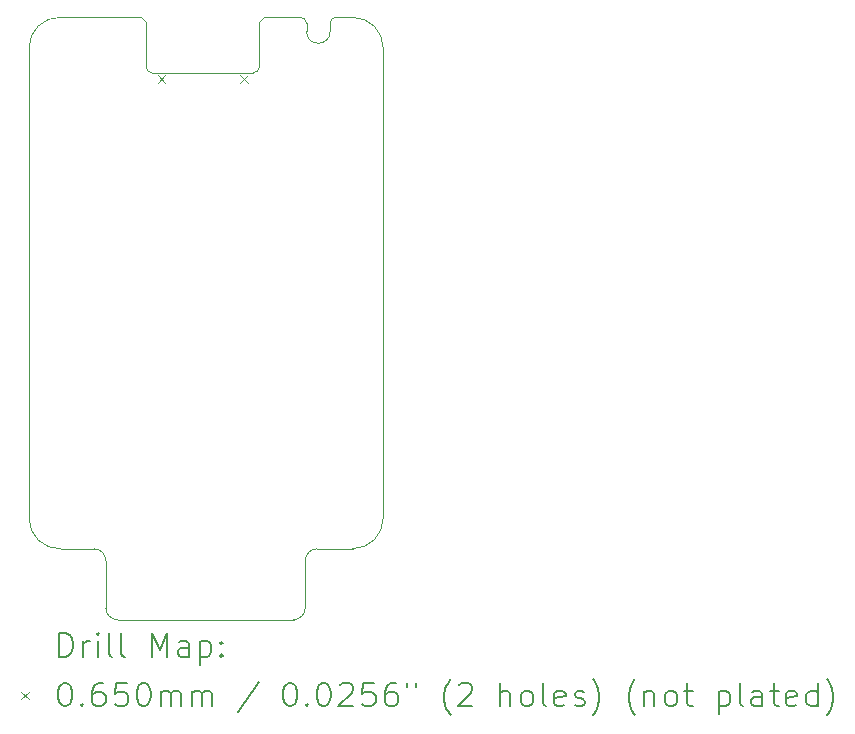
<source format=gbr>
%TF.GenerationSoftware,KiCad,Pcbnew,8.0.3*%
%TF.CreationDate,2024-09-21T17:28:27+02:00*%
%TF.ProjectId,SynchGaze_Transmiter,53796e63-6847-4617-9a65-5f5472616e73,1.0*%
%TF.SameCoordinates,Original*%
%TF.FileFunction,Drillmap*%
%TF.FilePolarity,Positive*%
%FSLAX45Y45*%
G04 Gerber Fmt 4.5, Leading zero omitted, Abs format (unit mm)*
G04 Created by KiCad (PCBNEW 8.0.3) date 2024-09-21 17:28:27*
%MOMM*%
%LPD*%
G01*
G04 APERTURE LIST*
%ADD10C,0.050000*%
%ADD11C,0.200000*%
%ADD12C,0.100000*%
G04 APERTURE END LIST*
D10*
X16850000Y-5630000D02*
X16850000Y-5160000D01*
X13850000Y-5970000D02*
X13849808Y-9140000D01*
X14120000Y-9400000D02*
G75*
G02*
X13849808Y-9140000I-10000J260000D01*
G01*
X13850000Y-5970000D02*
X13849808Y-5160000D01*
X16190000Y-9900000D02*
X16190000Y-9500000D01*
X16400000Y-5020000D02*
X16400000Y-4950000D01*
X14500000Y-9500000D02*
X14500000Y-9900000D01*
X16150000Y-4900000D02*
G75*
G02*
X16200000Y-4950000I0J-50000D01*
G01*
X16850000Y-9140000D02*
X16850000Y-5630000D01*
X16200000Y-5020000D02*
X16200000Y-4950000D01*
X16400000Y-4950000D02*
G75*
G02*
X16450000Y-4900000I50000J0D01*
G01*
X16190000Y-9500000D02*
G75*
G02*
X16290000Y-9400000I100000J0D01*
G01*
X14801285Y-4900000D02*
X14120000Y-4900000D01*
X14400000Y-9400000D02*
G75*
G02*
X14500000Y-9500000I0J-100000D01*
G01*
X14600000Y-10000000D02*
X16090000Y-10000000D01*
X14600000Y-10000000D02*
G75*
G02*
X14500000Y-9900000I0J100000D01*
G01*
X16590000Y-9400000D02*
X16290000Y-9400000D01*
X15841085Y-4900000D02*
X16150000Y-4900000D01*
X14120000Y-9400000D02*
X14400000Y-9400000D01*
X16450000Y-4900000D02*
X16590000Y-4900000D01*
X13849808Y-5160000D02*
G75*
G02*
X14120000Y-4900000I260192J0D01*
G01*
X16400000Y-5020000D02*
G75*
G02*
X16200000Y-5020000I-100000J0D01*
G01*
X16190000Y-9900000D02*
G75*
G02*
X16090000Y-10000000I-100000J0D01*
G01*
X16590000Y-4900000D02*
G75*
G02*
X16850000Y-5160000I0J-260000D01*
G01*
X16850000Y-9140000D02*
G75*
G02*
X16590000Y-9400000I-260000J0D01*
G01*
X14841085Y-5320000D02*
X14841285Y-4939000D01*
X14841285Y-4939000D02*
X14801285Y-4900000D01*
X15751085Y-5369980D02*
X14891085Y-5370000D01*
X15800885Y-4939440D02*
X15801085Y-5320000D01*
X15800885Y-4939440D02*
X15841085Y-4900000D01*
X14891085Y-5370000D02*
G75*
G02*
X14841085Y-5320000I0J50000D01*
G01*
X15801085Y-5320000D02*
G75*
G02*
X15751085Y-5370000I-50000J0D01*
G01*
D11*
D12*
X14938585Y-5392500D02*
X15003585Y-5457500D01*
X15003585Y-5392500D02*
X14938585Y-5457500D01*
X15638585Y-5392500D02*
X15703585Y-5457500D01*
X15703585Y-5392500D02*
X15638585Y-5457500D01*
D11*
X14108085Y-10313984D02*
X14108085Y-10113984D01*
X14108085Y-10113984D02*
X14155704Y-10113984D01*
X14155704Y-10113984D02*
X14184275Y-10123508D01*
X14184275Y-10123508D02*
X14203323Y-10142555D01*
X14203323Y-10142555D02*
X14212846Y-10161603D01*
X14212846Y-10161603D02*
X14222370Y-10199698D01*
X14222370Y-10199698D02*
X14222370Y-10228270D01*
X14222370Y-10228270D02*
X14212846Y-10266365D01*
X14212846Y-10266365D02*
X14203323Y-10285412D01*
X14203323Y-10285412D02*
X14184275Y-10304460D01*
X14184275Y-10304460D02*
X14155704Y-10313984D01*
X14155704Y-10313984D02*
X14108085Y-10313984D01*
X14308085Y-10313984D02*
X14308085Y-10180650D01*
X14308085Y-10218746D02*
X14317608Y-10199698D01*
X14317608Y-10199698D02*
X14327132Y-10190174D01*
X14327132Y-10190174D02*
X14346180Y-10180650D01*
X14346180Y-10180650D02*
X14365227Y-10180650D01*
X14431894Y-10313984D02*
X14431894Y-10180650D01*
X14431894Y-10113984D02*
X14422370Y-10123508D01*
X14422370Y-10123508D02*
X14431894Y-10133031D01*
X14431894Y-10133031D02*
X14441418Y-10123508D01*
X14441418Y-10123508D02*
X14431894Y-10113984D01*
X14431894Y-10113984D02*
X14431894Y-10133031D01*
X14555704Y-10313984D02*
X14536656Y-10304460D01*
X14536656Y-10304460D02*
X14527132Y-10285412D01*
X14527132Y-10285412D02*
X14527132Y-10113984D01*
X14660465Y-10313984D02*
X14641418Y-10304460D01*
X14641418Y-10304460D02*
X14631894Y-10285412D01*
X14631894Y-10285412D02*
X14631894Y-10113984D01*
X14889037Y-10313984D02*
X14889037Y-10113984D01*
X14889037Y-10113984D02*
X14955704Y-10256841D01*
X14955704Y-10256841D02*
X15022370Y-10113984D01*
X15022370Y-10113984D02*
X15022370Y-10313984D01*
X15203323Y-10313984D02*
X15203323Y-10209222D01*
X15203323Y-10209222D02*
X15193799Y-10190174D01*
X15193799Y-10190174D02*
X15174751Y-10180650D01*
X15174751Y-10180650D02*
X15136656Y-10180650D01*
X15136656Y-10180650D02*
X15117608Y-10190174D01*
X15203323Y-10304460D02*
X15184275Y-10313984D01*
X15184275Y-10313984D02*
X15136656Y-10313984D01*
X15136656Y-10313984D02*
X15117608Y-10304460D01*
X15117608Y-10304460D02*
X15108085Y-10285412D01*
X15108085Y-10285412D02*
X15108085Y-10266365D01*
X15108085Y-10266365D02*
X15117608Y-10247317D01*
X15117608Y-10247317D02*
X15136656Y-10237793D01*
X15136656Y-10237793D02*
X15184275Y-10237793D01*
X15184275Y-10237793D02*
X15203323Y-10228270D01*
X15298561Y-10180650D02*
X15298561Y-10380650D01*
X15298561Y-10190174D02*
X15317608Y-10180650D01*
X15317608Y-10180650D02*
X15355704Y-10180650D01*
X15355704Y-10180650D02*
X15374751Y-10190174D01*
X15374751Y-10190174D02*
X15384275Y-10199698D01*
X15384275Y-10199698D02*
X15393799Y-10218746D01*
X15393799Y-10218746D02*
X15393799Y-10275889D01*
X15393799Y-10275889D02*
X15384275Y-10294936D01*
X15384275Y-10294936D02*
X15374751Y-10304460D01*
X15374751Y-10304460D02*
X15355704Y-10313984D01*
X15355704Y-10313984D02*
X15317608Y-10313984D01*
X15317608Y-10313984D02*
X15298561Y-10304460D01*
X15479513Y-10294936D02*
X15489037Y-10304460D01*
X15489037Y-10304460D02*
X15479513Y-10313984D01*
X15479513Y-10313984D02*
X15469989Y-10304460D01*
X15469989Y-10304460D02*
X15479513Y-10294936D01*
X15479513Y-10294936D02*
X15479513Y-10313984D01*
X15479513Y-10190174D02*
X15489037Y-10199698D01*
X15489037Y-10199698D02*
X15479513Y-10209222D01*
X15479513Y-10209222D02*
X15469989Y-10199698D01*
X15469989Y-10199698D02*
X15479513Y-10190174D01*
X15479513Y-10190174D02*
X15479513Y-10209222D01*
D12*
X13782308Y-10610000D02*
X13847308Y-10675000D01*
X13847308Y-10610000D02*
X13782308Y-10675000D01*
D11*
X14146180Y-10533984D02*
X14165227Y-10533984D01*
X14165227Y-10533984D02*
X14184275Y-10543508D01*
X14184275Y-10543508D02*
X14193799Y-10553031D01*
X14193799Y-10553031D02*
X14203323Y-10572079D01*
X14203323Y-10572079D02*
X14212846Y-10610174D01*
X14212846Y-10610174D02*
X14212846Y-10657793D01*
X14212846Y-10657793D02*
X14203323Y-10695889D01*
X14203323Y-10695889D02*
X14193799Y-10714936D01*
X14193799Y-10714936D02*
X14184275Y-10724460D01*
X14184275Y-10724460D02*
X14165227Y-10733984D01*
X14165227Y-10733984D02*
X14146180Y-10733984D01*
X14146180Y-10733984D02*
X14127132Y-10724460D01*
X14127132Y-10724460D02*
X14117608Y-10714936D01*
X14117608Y-10714936D02*
X14108085Y-10695889D01*
X14108085Y-10695889D02*
X14098561Y-10657793D01*
X14098561Y-10657793D02*
X14098561Y-10610174D01*
X14098561Y-10610174D02*
X14108085Y-10572079D01*
X14108085Y-10572079D02*
X14117608Y-10553031D01*
X14117608Y-10553031D02*
X14127132Y-10543508D01*
X14127132Y-10543508D02*
X14146180Y-10533984D01*
X14298561Y-10714936D02*
X14308085Y-10724460D01*
X14308085Y-10724460D02*
X14298561Y-10733984D01*
X14298561Y-10733984D02*
X14289037Y-10724460D01*
X14289037Y-10724460D02*
X14298561Y-10714936D01*
X14298561Y-10714936D02*
X14298561Y-10733984D01*
X14479513Y-10533984D02*
X14441418Y-10533984D01*
X14441418Y-10533984D02*
X14422370Y-10543508D01*
X14422370Y-10543508D02*
X14412846Y-10553031D01*
X14412846Y-10553031D02*
X14393799Y-10581603D01*
X14393799Y-10581603D02*
X14384275Y-10619698D01*
X14384275Y-10619698D02*
X14384275Y-10695889D01*
X14384275Y-10695889D02*
X14393799Y-10714936D01*
X14393799Y-10714936D02*
X14403323Y-10724460D01*
X14403323Y-10724460D02*
X14422370Y-10733984D01*
X14422370Y-10733984D02*
X14460466Y-10733984D01*
X14460466Y-10733984D02*
X14479513Y-10724460D01*
X14479513Y-10724460D02*
X14489037Y-10714936D01*
X14489037Y-10714936D02*
X14498561Y-10695889D01*
X14498561Y-10695889D02*
X14498561Y-10648270D01*
X14498561Y-10648270D02*
X14489037Y-10629222D01*
X14489037Y-10629222D02*
X14479513Y-10619698D01*
X14479513Y-10619698D02*
X14460466Y-10610174D01*
X14460466Y-10610174D02*
X14422370Y-10610174D01*
X14422370Y-10610174D02*
X14403323Y-10619698D01*
X14403323Y-10619698D02*
X14393799Y-10629222D01*
X14393799Y-10629222D02*
X14384275Y-10648270D01*
X14679513Y-10533984D02*
X14584275Y-10533984D01*
X14584275Y-10533984D02*
X14574751Y-10629222D01*
X14574751Y-10629222D02*
X14584275Y-10619698D01*
X14584275Y-10619698D02*
X14603323Y-10610174D01*
X14603323Y-10610174D02*
X14650942Y-10610174D01*
X14650942Y-10610174D02*
X14669989Y-10619698D01*
X14669989Y-10619698D02*
X14679513Y-10629222D01*
X14679513Y-10629222D02*
X14689037Y-10648270D01*
X14689037Y-10648270D02*
X14689037Y-10695889D01*
X14689037Y-10695889D02*
X14679513Y-10714936D01*
X14679513Y-10714936D02*
X14669989Y-10724460D01*
X14669989Y-10724460D02*
X14650942Y-10733984D01*
X14650942Y-10733984D02*
X14603323Y-10733984D01*
X14603323Y-10733984D02*
X14584275Y-10724460D01*
X14584275Y-10724460D02*
X14574751Y-10714936D01*
X14812846Y-10533984D02*
X14831894Y-10533984D01*
X14831894Y-10533984D02*
X14850942Y-10543508D01*
X14850942Y-10543508D02*
X14860466Y-10553031D01*
X14860466Y-10553031D02*
X14869989Y-10572079D01*
X14869989Y-10572079D02*
X14879513Y-10610174D01*
X14879513Y-10610174D02*
X14879513Y-10657793D01*
X14879513Y-10657793D02*
X14869989Y-10695889D01*
X14869989Y-10695889D02*
X14860466Y-10714936D01*
X14860466Y-10714936D02*
X14850942Y-10724460D01*
X14850942Y-10724460D02*
X14831894Y-10733984D01*
X14831894Y-10733984D02*
X14812846Y-10733984D01*
X14812846Y-10733984D02*
X14793799Y-10724460D01*
X14793799Y-10724460D02*
X14784275Y-10714936D01*
X14784275Y-10714936D02*
X14774751Y-10695889D01*
X14774751Y-10695889D02*
X14765227Y-10657793D01*
X14765227Y-10657793D02*
X14765227Y-10610174D01*
X14765227Y-10610174D02*
X14774751Y-10572079D01*
X14774751Y-10572079D02*
X14784275Y-10553031D01*
X14784275Y-10553031D02*
X14793799Y-10543508D01*
X14793799Y-10543508D02*
X14812846Y-10533984D01*
X14965227Y-10733984D02*
X14965227Y-10600650D01*
X14965227Y-10619698D02*
X14974751Y-10610174D01*
X14974751Y-10610174D02*
X14993799Y-10600650D01*
X14993799Y-10600650D02*
X15022370Y-10600650D01*
X15022370Y-10600650D02*
X15041418Y-10610174D01*
X15041418Y-10610174D02*
X15050942Y-10629222D01*
X15050942Y-10629222D02*
X15050942Y-10733984D01*
X15050942Y-10629222D02*
X15060466Y-10610174D01*
X15060466Y-10610174D02*
X15079513Y-10600650D01*
X15079513Y-10600650D02*
X15108085Y-10600650D01*
X15108085Y-10600650D02*
X15127132Y-10610174D01*
X15127132Y-10610174D02*
X15136656Y-10629222D01*
X15136656Y-10629222D02*
X15136656Y-10733984D01*
X15231894Y-10733984D02*
X15231894Y-10600650D01*
X15231894Y-10619698D02*
X15241418Y-10610174D01*
X15241418Y-10610174D02*
X15260466Y-10600650D01*
X15260466Y-10600650D02*
X15289037Y-10600650D01*
X15289037Y-10600650D02*
X15308085Y-10610174D01*
X15308085Y-10610174D02*
X15317608Y-10629222D01*
X15317608Y-10629222D02*
X15317608Y-10733984D01*
X15317608Y-10629222D02*
X15327132Y-10610174D01*
X15327132Y-10610174D02*
X15346180Y-10600650D01*
X15346180Y-10600650D02*
X15374751Y-10600650D01*
X15374751Y-10600650D02*
X15393799Y-10610174D01*
X15393799Y-10610174D02*
X15403323Y-10629222D01*
X15403323Y-10629222D02*
X15403323Y-10733984D01*
X15793799Y-10524460D02*
X15622370Y-10781603D01*
X16050942Y-10533984D02*
X16069990Y-10533984D01*
X16069990Y-10533984D02*
X16089037Y-10543508D01*
X16089037Y-10543508D02*
X16098561Y-10553031D01*
X16098561Y-10553031D02*
X16108085Y-10572079D01*
X16108085Y-10572079D02*
X16117609Y-10610174D01*
X16117609Y-10610174D02*
X16117609Y-10657793D01*
X16117609Y-10657793D02*
X16108085Y-10695889D01*
X16108085Y-10695889D02*
X16098561Y-10714936D01*
X16098561Y-10714936D02*
X16089037Y-10724460D01*
X16089037Y-10724460D02*
X16069990Y-10733984D01*
X16069990Y-10733984D02*
X16050942Y-10733984D01*
X16050942Y-10733984D02*
X16031894Y-10724460D01*
X16031894Y-10724460D02*
X16022370Y-10714936D01*
X16022370Y-10714936D02*
X16012847Y-10695889D01*
X16012847Y-10695889D02*
X16003323Y-10657793D01*
X16003323Y-10657793D02*
X16003323Y-10610174D01*
X16003323Y-10610174D02*
X16012847Y-10572079D01*
X16012847Y-10572079D02*
X16022370Y-10553031D01*
X16022370Y-10553031D02*
X16031894Y-10543508D01*
X16031894Y-10543508D02*
X16050942Y-10533984D01*
X16203323Y-10714936D02*
X16212847Y-10724460D01*
X16212847Y-10724460D02*
X16203323Y-10733984D01*
X16203323Y-10733984D02*
X16193799Y-10724460D01*
X16193799Y-10724460D02*
X16203323Y-10714936D01*
X16203323Y-10714936D02*
X16203323Y-10733984D01*
X16336656Y-10533984D02*
X16355704Y-10533984D01*
X16355704Y-10533984D02*
X16374751Y-10543508D01*
X16374751Y-10543508D02*
X16384275Y-10553031D01*
X16384275Y-10553031D02*
X16393799Y-10572079D01*
X16393799Y-10572079D02*
X16403323Y-10610174D01*
X16403323Y-10610174D02*
X16403323Y-10657793D01*
X16403323Y-10657793D02*
X16393799Y-10695889D01*
X16393799Y-10695889D02*
X16384275Y-10714936D01*
X16384275Y-10714936D02*
X16374751Y-10724460D01*
X16374751Y-10724460D02*
X16355704Y-10733984D01*
X16355704Y-10733984D02*
X16336656Y-10733984D01*
X16336656Y-10733984D02*
X16317609Y-10724460D01*
X16317609Y-10724460D02*
X16308085Y-10714936D01*
X16308085Y-10714936D02*
X16298561Y-10695889D01*
X16298561Y-10695889D02*
X16289037Y-10657793D01*
X16289037Y-10657793D02*
X16289037Y-10610174D01*
X16289037Y-10610174D02*
X16298561Y-10572079D01*
X16298561Y-10572079D02*
X16308085Y-10553031D01*
X16308085Y-10553031D02*
X16317609Y-10543508D01*
X16317609Y-10543508D02*
X16336656Y-10533984D01*
X16479513Y-10553031D02*
X16489037Y-10543508D01*
X16489037Y-10543508D02*
X16508085Y-10533984D01*
X16508085Y-10533984D02*
X16555704Y-10533984D01*
X16555704Y-10533984D02*
X16574751Y-10543508D01*
X16574751Y-10543508D02*
X16584275Y-10553031D01*
X16584275Y-10553031D02*
X16593799Y-10572079D01*
X16593799Y-10572079D02*
X16593799Y-10591127D01*
X16593799Y-10591127D02*
X16584275Y-10619698D01*
X16584275Y-10619698D02*
X16469990Y-10733984D01*
X16469990Y-10733984D02*
X16593799Y-10733984D01*
X16774751Y-10533984D02*
X16679513Y-10533984D01*
X16679513Y-10533984D02*
X16669990Y-10629222D01*
X16669990Y-10629222D02*
X16679513Y-10619698D01*
X16679513Y-10619698D02*
X16698561Y-10610174D01*
X16698561Y-10610174D02*
X16746180Y-10610174D01*
X16746180Y-10610174D02*
X16765228Y-10619698D01*
X16765228Y-10619698D02*
X16774751Y-10629222D01*
X16774751Y-10629222D02*
X16784275Y-10648270D01*
X16784275Y-10648270D02*
X16784275Y-10695889D01*
X16784275Y-10695889D02*
X16774751Y-10714936D01*
X16774751Y-10714936D02*
X16765228Y-10724460D01*
X16765228Y-10724460D02*
X16746180Y-10733984D01*
X16746180Y-10733984D02*
X16698561Y-10733984D01*
X16698561Y-10733984D02*
X16679513Y-10724460D01*
X16679513Y-10724460D02*
X16669990Y-10714936D01*
X16955704Y-10533984D02*
X16917609Y-10533984D01*
X16917609Y-10533984D02*
X16898561Y-10543508D01*
X16898561Y-10543508D02*
X16889037Y-10553031D01*
X16889037Y-10553031D02*
X16869990Y-10581603D01*
X16869990Y-10581603D02*
X16860466Y-10619698D01*
X16860466Y-10619698D02*
X16860466Y-10695889D01*
X16860466Y-10695889D02*
X16869990Y-10714936D01*
X16869990Y-10714936D02*
X16879513Y-10724460D01*
X16879513Y-10724460D02*
X16898561Y-10733984D01*
X16898561Y-10733984D02*
X16936656Y-10733984D01*
X16936656Y-10733984D02*
X16955704Y-10724460D01*
X16955704Y-10724460D02*
X16965228Y-10714936D01*
X16965228Y-10714936D02*
X16974752Y-10695889D01*
X16974752Y-10695889D02*
X16974752Y-10648270D01*
X16974752Y-10648270D02*
X16965228Y-10629222D01*
X16965228Y-10629222D02*
X16955704Y-10619698D01*
X16955704Y-10619698D02*
X16936656Y-10610174D01*
X16936656Y-10610174D02*
X16898561Y-10610174D01*
X16898561Y-10610174D02*
X16879513Y-10619698D01*
X16879513Y-10619698D02*
X16869990Y-10629222D01*
X16869990Y-10629222D02*
X16860466Y-10648270D01*
X17050942Y-10533984D02*
X17050942Y-10572079D01*
X17127133Y-10533984D02*
X17127133Y-10572079D01*
X17422371Y-10810174D02*
X17412847Y-10800650D01*
X17412847Y-10800650D02*
X17393799Y-10772079D01*
X17393799Y-10772079D02*
X17384275Y-10753031D01*
X17384275Y-10753031D02*
X17374752Y-10724460D01*
X17374752Y-10724460D02*
X17365228Y-10676841D01*
X17365228Y-10676841D02*
X17365228Y-10638746D01*
X17365228Y-10638746D02*
X17374752Y-10591127D01*
X17374752Y-10591127D02*
X17384275Y-10562555D01*
X17384275Y-10562555D02*
X17393799Y-10543508D01*
X17393799Y-10543508D02*
X17412847Y-10514936D01*
X17412847Y-10514936D02*
X17422371Y-10505412D01*
X17489037Y-10553031D02*
X17498561Y-10543508D01*
X17498561Y-10543508D02*
X17517609Y-10533984D01*
X17517609Y-10533984D02*
X17565228Y-10533984D01*
X17565228Y-10533984D02*
X17584275Y-10543508D01*
X17584275Y-10543508D02*
X17593799Y-10553031D01*
X17593799Y-10553031D02*
X17603323Y-10572079D01*
X17603323Y-10572079D02*
X17603323Y-10591127D01*
X17603323Y-10591127D02*
X17593799Y-10619698D01*
X17593799Y-10619698D02*
X17479514Y-10733984D01*
X17479514Y-10733984D02*
X17603323Y-10733984D01*
X17841418Y-10733984D02*
X17841418Y-10533984D01*
X17927133Y-10733984D02*
X17927133Y-10629222D01*
X17927133Y-10629222D02*
X17917609Y-10610174D01*
X17917609Y-10610174D02*
X17898561Y-10600650D01*
X17898561Y-10600650D02*
X17869990Y-10600650D01*
X17869990Y-10600650D02*
X17850942Y-10610174D01*
X17850942Y-10610174D02*
X17841418Y-10619698D01*
X18050942Y-10733984D02*
X18031895Y-10724460D01*
X18031895Y-10724460D02*
X18022371Y-10714936D01*
X18022371Y-10714936D02*
X18012847Y-10695889D01*
X18012847Y-10695889D02*
X18012847Y-10638746D01*
X18012847Y-10638746D02*
X18022371Y-10619698D01*
X18022371Y-10619698D02*
X18031895Y-10610174D01*
X18031895Y-10610174D02*
X18050942Y-10600650D01*
X18050942Y-10600650D02*
X18079514Y-10600650D01*
X18079514Y-10600650D02*
X18098561Y-10610174D01*
X18098561Y-10610174D02*
X18108085Y-10619698D01*
X18108085Y-10619698D02*
X18117609Y-10638746D01*
X18117609Y-10638746D02*
X18117609Y-10695889D01*
X18117609Y-10695889D02*
X18108085Y-10714936D01*
X18108085Y-10714936D02*
X18098561Y-10724460D01*
X18098561Y-10724460D02*
X18079514Y-10733984D01*
X18079514Y-10733984D02*
X18050942Y-10733984D01*
X18231895Y-10733984D02*
X18212847Y-10724460D01*
X18212847Y-10724460D02*
X18203323Y-10705412D01*
X18203323Y-10705412D02*
X18203323Y-10533984D01*
X18384276Y-10724460D02*
X18365228Y-10733984D01*
X18365228Y-10733984D02*
X18327133Y-10733984D01*
X18327133Y-10733984D02*
X18308085Y-10724460D01*
X18308085Y-10724460D02*
X18298561Y-10705412D01*
X18298561Y-10705412D02*
X18298561Y-10629222D01*
X18298561Y-10629222D02*
X18308085Y-10610174D01*
X18308085Y-10610174D02*
X18327133Y-10600650D01*
X18327133Y-10600650D02*
X18365228Y-10600650D01*
X18365228Y-10600650D02*
X18384276Y-10610174D01*
X18384276Y-10610174D02*
X18393799Y-10629222D01*
X18393799Y-10629222D02*
X18393799Y-10648270D01*
X18393799Y-10648270D02*
X18298561Y-10667317D01*
X18469990Y-10724460D02*
X18489037Y-10733984D01*
X18489037Y-10733984D02*
X18527133Y-10733984D01*
X18527133Y-10733984D02*
X18546180Y-10724460D01*
X18546180Y-10724460D02*
X18555704Y-10705412D01*
X18555704Y-10705412D02*
X18555704Y-10695889D01*
X18555704Y-10695889D02*
X18546180Y-10676841D01*
X18546180Y-10676841D02*
X18527133Y-10667317D01*
X18527133Y-10667317D02*
X18498561Y-10667317D01*
X18498561Y-10667317D02*
X18479514Y-10657793D01*
X18479514Y-10657793D02*
X18469990Y-10638746D01*
X18469990Y-10638746D02*
X18469990Y-10629222D01*
X18469990Y-10629222D02*
X18479514Y-10610174D01*
X18479514Y-10610174D02*
X18498561Y-10600650D01*
X18498561Y-10600650D02*
X18527133Y-10600650D01*
X18527133Y-10600650D02*
X18546180Y-10610174D01*
X18622371Y-10810174D02*
X18631895Y-10800650D01*
X18631895Y-10800650D02*
X18650942Y-10772079D01*
X18650942Y-10772079D02*
X18660466Y-10753031D01*
X18660466Y-10753031D02*
X18669990Y-10724460D01*
X18669990Y-10724460D02*
X18679514Y-10676841D01*
X18679514Y-10676841D02*
X18679514Y-10638746D01*
X18679514Y-10638746D02*
X18669990Y-10591127D01*
X18669990Y-10591127D02*
X18660466Y-10562555D01*
X18660466Y-10562555D02*
X18650942Y-10543508D01*
X18650942Y-10543508D02*
X18631895Y-10514936D01*
X18631895Y-10514936D02*
X18622371Y-10505412D01*
X18984276Y-10810174D02*
X18974752Y-10800650D01*
X18974752Y-10800650D02*
X18955704Y-10772079D01*
X18955704Y-10772079D02*
X18946180Y-10753031D01*
X18946180Y-10753031D02*
X18936657Y-10724460D01*
X18936657Y-10724460D02*
X18927133Y-10676841D01*
X18927133Y-10676841D02*
X18927133Y-10638746D01*
X18927133Y-10638746D02*
X18936657Y-10591127D01*
X18936657Y-10591127D02*
X18946180Y-10562555D01*
X18946180Y-10562555D02*
X18955704Y-10543508D01*
X18955704Y-10543508D02*
X18974752Y-10514936D01*
X18974752Y-10514936D02*
X18984276Y-10505412D01*
X19060466Y-10600650D02*
X19060466Y-10733984D01*
X19060466Y-10619698D02*
X19069990Y-10610174D01*
X19069990Y-10610174D02*
X19089037Y-10600650D01*
X19089037Y-10600650D02*
X19117609Y-10600650D01*
X19117609Y-10600650D02*
X19136657Y-10610174D01*
X19136657Y-10610174D02*
X19146180Y-10629222D01*
X19146180Y-10629222D02*
X19146180Y-10733984D01*
X19269990Y-10733984D02*
X19250942Y-10724460D01*
X19250942Y-10724460D02*
X19241418Y-10714936D01*
X19241418Y-10714936D02*
X19231895Y-10695889D01*
X19231895Y-10695889D02*
X19231895Y-10638746D01*
X19231895Y-10638746D02*
X19241418Y-10619698D01*
X19241418Y-10619698D02*
X19250942Y-10610174D01*
X19250942Y-10610174D02*
X19269990Y-10600650D01*
X19269990Y-10600650D02*
X19298561Y-10600650D01*
X19298561Y-10600650D02*
X19317609Y-10610174D01*
X19317609Y-10610174D02*
X19327133Y-10619698D01*
X19327133Y-10619698D02*
X19336657Y-10638746D01*
X19336657Y-10638746D02*
X19336657Y-10695889D01*
X19336657Y-10695889D02*
X19327133Y-10714936D01*
X19327133Y-10714936D02*
X19317609Y-10724460D01*
X19317609Y-10724460D02*
X19298561Y-10733984D01*
X19298561Y-10733984D02*
X19269990Y-10733984D01*
X19393799Y-10600650D02*
X19469990Y-10600650D01*
X19422371Y-10533984D02*
X19422371Y-10705412D01*
X19422371Y-10705412D02*
X19431895Y-10724460D01*
X19431895Y-10724460D02*
X19450942Y-10733984D01*
X19450942Y-10733984D02*
X19469990Y-10733984D01*
X19689038Y-10600650D02*
X19689038Y-10800650D01*
X19689038Y-10610174D02*
X19708085Y-10600650D01*
X19708085Y-10600650D02*
X19746180Y-10600650D01*
X19746180Y-10600650D02*
X19765228Y-10610174D01*
X19765228Y-10610174D02*
X19774752Y-10619698D01*
X19774752Y-10619698D02*
X19784276Y-10638746D01*
X19784276Y-10638746D02*
X19784276Y-10695889D01*
X19784276Y-10695889D02*
X19774752Y-10714936D01*
X19774752Y-10714936D02*
X19765228Y-10724460D01*
X19765228Y-10724460D02*
X19746180Y-10733984D01*
X19746180Y-10733984D02*
X19708085Y-10733984D01*
X19708085Y-10733984D02*
X19689038Y-10724460D01*
X19898561Y-10733984D02*
X19879514Y-10724460D01*
X19879514Y-10724460D02*
X19869990Y-10705412D01*
X19869990Y-10705412D02*
X19869990Y-10533984D01*
X20060466Y-10733984D02*
X20060466Y-10629222D01*
X20060466Y-10629222D02*
X20050942Y-10610174D01*
X20050942Y-10610174D02*
X20031895Y-10600650D01*
X20031895Y-10600650D02*
X19993799Y-10600650D01*
X19993799Y-10600650D02*
X19974752Y-10610174D01*
X20060466Y-10724460D02*
X20041419Y-10733984D01*
X20041419Y-10733984D02*
X19993799Y-10733984D01*
X19993799Y-10733984D02*
X19974752Y-10724460D01*
X19974752Y-10724460D02*
X19965228Y-10705412D01*
X19965228Y-10705412D02*
X19965228Y-10686365D01*
X19965228Y-10686365D02*
X19974752Y-10667317D01*
X19974752Y-10667317D02*
X19993799Y-10657793D01*
X19993799Y-10657793D02*
X20041419Y-10657793D01*
X20041419Y-10657793D02*
X20060466Y-10648270D01*
X20127133Y-10600650D02*
X20203323Y-10600650D01*
X20155704Y-10533984D02*
X20155704Y-10705412D01*
X20155704Y-10705412D02*
X20165228Y-10724460D01*
X20165228Y-10724460D02*
X20184276Y-10733984D01*
X20184276Y-10733984D02*
X20203323Y-10733984D01*
X20346180Y-10724460D02*
X20327133Y-10733984D01*
X20327133Y-10733984D02*
X20289038Y-10733984D01*
X20289038Y-10733984D02*
X20269990Y-10724460D01*
X20269990Y-10724460D02*
X20260466Y-10705412D01*
X20260466Y-10705412D02*
X20260466Y-10629222D01*
X20260466Y-10629222D02*
X20269990Y-10610174D01*
X20269990Y-10610174D02*
X20289038Y-10600650D01*
X20289038Y-10600650D02*
X20327133Y-10600650D01*
X20327133Y-10600650D02*
X20346180Y-10610174D01*
X20346180Y-10610174D02*
X20355704Y-10629222D01*
X20355704Y-10629222D02*
X20355704Y-10648270D01*
X20355704Y-10648270D02*
X20260466Y-10667317D01*
X20527133Y-10733984D02*
X20527133Y-10533984D01*
X20527133Y-10724460D02*
X20508085Y-10733984D01*
X20508085Y-10733984D02*
X20469990Y-10733984D01*
X20469990Y-10733984D02*
X20450942Y-10724460D01*
X20450942Y-10724460D02*
X20441419Y-10714936D01*
X20441419Y-10714936D02*
X20431895Y-10695889D01*
X20431895Y-10695889D02*
X20431895Y-10638746D01*
X20431895Y-10638746D02*
X20441419Y-10619698D01*
X20441419Y-10619698D02*
X20450942Y-10610174D01*
X20450942Y-10610174D02*
X20469990Y-10600650D01*
X20469990Y-10600650D02*
X20508085Y-10600650D01*
X20508085Y-10600650D02*
X20527133Y-10610174D01*
X20603323Y-10810174D02*
X20612847Y-10800650D01*
X20612847Y-10800650D02*
X20631895Y-10772079D01*
X20631895Y-10772079D02*
X20641419Y-10753031D01*
X20641419Y-10753031D02*
X20650942Y-10724460D01*
X20650942Y-10724460D02*
X20660466Y-10676841D01*
X20660466Y-10676841D02*
X20660466Y-10638746D01*
X20660466Y-10638746D02*
X20650942Y-10591127D01*
X20650942Y-10591127D02*
X20641419Y-10562555D01*
X20641419Y-10562555D02*
X20631895Y-10543508D01*
X20631895Y-10543508D02*
X20612847Y-10514936D01*
X20612847Y-10514936D02*
X20603323Y-10505412D01*
M02*

</source>
